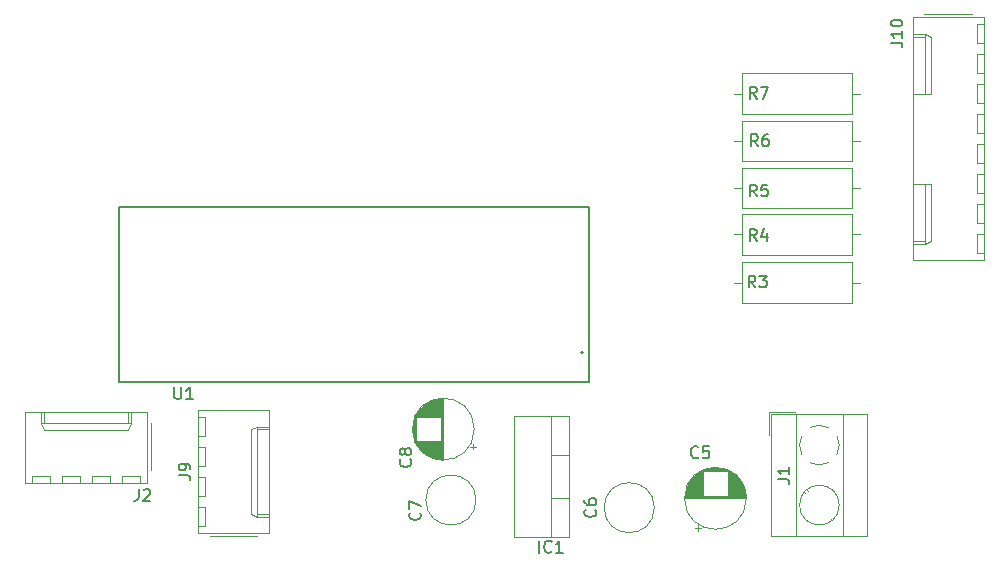
<source format=gto>
G04 #@! TF.GenerationSoftware,KiCad,Pcbnew,8.0.5*
G04 #@! TF.CreationDate,2024-11-05T09:26:53+01:00*
G04 #@! TF.ProjectId,raspberry_pi_hat,72617370-6265-4727-9279-5f70695f6861,rev?*
G04 #@! TF.SameCoordinates,Original*
G04 #@! TF.FileFunction,Legend,Top*
G04 #@! TF.FilePolarity,Positive*
%FSLAX46Y46*%
G04 Gerber Fmt 4.6, Leading zero omitted, Abs format (unit mm)*
G04 Created by KiCad (PCBNEW 8.0.5) date 2024-11-05 09:26:53*
%MOMM*%
%LPD*%
G01*
G04 APERTURE LIST*
%ADD10C,0.150000*%
%ADD11C,0.120000*%
%ADD12C,0.127000*%
%ADD13C,0.200000*%
G04 APERTURE END LIST*
D10*
X159959580Y-146466666D02*
X160007200Y-146514285D01*
X160007200Y-146514285D02*
X160054819Y-146657142D01*
X160054819Y-146657142D02*
X160054819Y-146752380D01*
X160054819Y-146752380D02*
X160007200Y-146895237D01*
X160007200Y-146895237D02*
X159911961Y-146990475D01*
X159911961Y-146990475D02*
X159816723Y-147038094D01*
X159816723Y-147038094D02*
X159626247Y-147085713D01*
X159626247Y-147085713D02*
X159483390Y-147085713D01*
X159483390Y-147085713D02*
X159292914Y-147038094D01*
X159292914Y-147038094D02*
X159197676Y-146990475D01*
X159197676Y-146990475D02*
X159102438Y-146895237D01*
X159102438Y-146895237D02*
X159054819Y-146752380D01*
X159054819Y-146752380D02*
X159054819Y-146657142D01*
X159054819Y-146657142D02*
X159102438Y-146514285D01*
X159102438Y-146514285D02*
X159150057Y-146466666D01*
X159483390Y-145895237D02*
X159435771Y-145990475D01*
X159435771Y-145990475D02*
X159388152Y-146038094D01*
X159388152Y-146038094D02*
X159292914Y-146085713D01*
X159292914Y-146085713D02*
X159245295Y-146085713D01*
X159245295Y-146085713D02*
X159150057Y-146038094D01*
X159150057Y-146038094D02*
X159102438Y-145990475D01*
X159102438Y-145990475D02*
X159054819Y-145895237D01*
X159054819Y-145895237D02*
X159054819Y-145704761D01*
X159054819Y-145704761D02*
X159102438Y-145609523D01*
X159102438Y-145609523D02*
X159150057Y-145561904D01*
X159150057Y-145561904D02*
X159245295Y-145514285D01*
X159245295Y-145514285D02*
X159292914Y-145514285D01*
X159292914Y-145514285D02*
X159388152Y-145561904D01*
X159388152Y-145561904D02*
X159435771Y-145609523D01*
X159435771Y-145609523D02*
X159483390Y-145704761D01*
X159483390Y-145704761D02*
X159483390Y-145895237D01*
X159483390Y-145895237D02*
X159531009Y-145990475D01*
X159531009Y-145990475D02*
X159578628Y-146038094D01*
X159578628Y-146038094D02*
X159673866Y-146085713D01*
X159673866Y-146085713D02*
X159864342Y-146085713D01*
X159864342Y-146085713D02*
X159959580Y-146038094D01*
X159959580Y-146038094D02*
X160007200Y-145990475D01*
X160007200Y-145990475D02*
X160054819Y-145895237D01*
X160054819Y-145895237D02*
X160054819Y-145704761D01*
X160054819Y-145704761D02*
X160007200Y-145609523D01*
X160007200Y-145609523D02*
X159959580Y-145561904D01*
X159959580Y-145561904D02*
X159864342Y-145514285D01*
X159864342Y-145514285D02*
X159673866Y-145514285D01*
X159673866Y-145514285D02*
X159578628Y-145561904D01*
X159578628Y-145561904D02*
X159531009Y-145609523D01*
X159531009Y-145609523D02*
X159483390Y-145704761D01*
X170873810Y-154354819D02*
X170873810Y-153354819D01*
X171921428Y-154259580D02*
X171873809Y-154307200D01*
X171873809Y-154307200D02*
X171730952Y-154354819D01*
X171730952Y-154354819D02*
X171635714Y-154354819D01*
X171635714Y-154354819D02*
X171492857Y-154307200D01*
X171492857Y-154307200D02*
X171397619Y-154211961D01*
X171397619Y-154211961D02*
X171350000Y-154116723D01*
X171350000Y-154116723D02*
X171302381Y-153926247D01*
X171302381Y-153926247D02*
X171302381Y-153783390D01*
X171302381Y-153783390D02*
X171350000Y-153592914D01*
X171350000Y-153592914D02*
X171397619Y-153497676D01*
X171397619Y-153497676D02*
X171492857Y-153402438D01*
X171492857Y-153402438D02*
X171635714Y-153354819D01*
X171635714Y-153354819D02*
X171730952Y-153354819D01*
X171730952Y-153354819D02*
X171873809Y-153402438D01*
X171873809Y-153402438D02*
X171921428Y-153450057D01*
X172873809Y-154354819D02*
X172302381Y-154354819D01*
X172588095Y-154354819D02*
X172588095Y-153354819D01*
X172588095Y-153354819D02*
X172492857Y-153497676D01*
X172492857Y-153497676D02*
X172397619Y-153592914D01*
X172397619Y-153592914D02*
X172302381Y-153640533D01*
X189383334Y-119954819D02*
X189050001Y-119478628D01*
X188811906Y-119954819D02*
X188811906Y-118954819D01*
X188811906Y-118954819D02*
X189192858Y-118954819D01*
X189192858Y-118954819D02*
X189288096Y-119002438D01*
X189288096Y-119002438D02*
X189335715Y-119050057D01*
X189335715Y-119050057D02*
X189383334Y-119145295D01*
X189383334Y-119145295D02*
X189383334Y-119288152D01*
X189383334Y-119288152D02*
X189335715Y-119383390D01*
X189335715Y-119383390D02*
X189288096Y-119431009D01*
X189288096Y-119431009D02*
X189192858Y-119478628D01*
X189192858Y-119478628D02*
X188811906Y-119478628D01*
X190240477Y-118954819D02*
X190050001Y-118954819D01*
X190050001Y-118954819D02*
X189954763Y-119002438D01*
X189954763Y-119002438D02*
X189907144Y-119050057D01*
X189907144Y-119050057D02*
X189811906Y-119192914D01*
X189811906Y-119192914D02*
X189764287Y-119383390D01*
X189764287Y-119383390D02*
X189764287Y-119764342D01*
X189764287Y-119764342D02*
X189811906Y-119859580D01*
X189811906Y-119859580D02*
X189859525Y-119907200D01*
X189859525Y-119907200D02*
X189954763Y-119954819D01*
X189954763Y-119954819D02*
X190145239Y-119954819D01*
X190145239Y-119954819D02*
X190240477Y-119907200D01*
X190240477Y-119907200D02*
X190288096Y-119859580D01*
X190288096Y-119859580D02*
X190335715Y-119764342D01*
X190335715Y-119764342D02*
X190335715Y-119526247D01*
X190335715Y-119526247D02*
X190288096Y-119431009D01*
X190288096Y-119431009D02*
X190240477Y-119383390D01*
X190240477Y-119383390D02*
X190145239Y-119335771D01*
X190145239Y-119335771D02*
X189954763Y-119335771D01*
X189954763Y-119335771D02*
X189859525Y-119383390D01*
X189859525Y-119383390D02*
X189811906Y-119431009D01*
X189811906Y-119431009D02*
X189764287Y-119526247D01*
X184333333Y-146264693D02*
X184285714Y-146312313D01*
X184285714Y-146312313D02*
X184142857Y-146359932D01*
X184142857Y-146359932D02*
X184047619Y-146359932D01*
X184047619Y-146359932D02*
X183904762Y-146312313D01*
X183904762Y-146312313D02*
X183809524Y-146217074D01*
X183809524Y-146217074D02*
X183761905Y-146121836D01*
X183761905Y-146121836D02*
X183714286Y-145931360D01*
X183714286Y-145931360D02*
X183714286Y-145788503D01*
X183714286Y-145788503D02*
X183761905Y-145598027D01*
X183761905Y-145598027D02*
X183809524Y-145502789D01*
X183809524Y-145502789D02*
X183904762Y-145407551D01*
X183904762Y-145407551D02*
X184047619Y-145359932D01*
X184047619Y-145359932D02*
X184142857Y-145359932D01*
X184142857Y-145359932D02*
X184285714Y-145407551D01*
X184285714Y-145407551D02*
X184333333Y-145455170D01*
X185238095Y-145359932D02*
X184761905Y-145359932D01*
X184761905Y-145359932D02*
X184714286Y-145836122D01*
X184714286Y-145836122D02*
X184761905Y-145788503D01*
X184761905Y-145788503D02*
X184857143Y-145740884D01*
X184857143Y-145740884D02*
X185095238Y-145740884D01*
X185095238Y-145740884D02*
X185190476Y-145788503D01*
X185190476Y-145788503D02*
X185238095Y-145836122D01*
X185238095Y-145836122D02*
X185285714Y-145931360D01*
X185285714Y-145931360D02*
X185285714Y-146169455D01*
X185285714Y-146169455D02*
X185238095Y-146264693D01*
X185238095Y-146264693D02*
X185190476Y-146312313D01*
X185190476Y-146312313D02*
X185095238Y-146359932D01*
X185095238Y-146359932D02*
X184857143Y-146359932D01*
X184857143Y-146359932D02*
X184761905Y-146312313D01*
X184761905Y-146312313D02*
X184714286Y-146264693D01*
X189283334Y-115914691D02*
X188950001Y-115438500D01*
X188711906Y-115914691D02*
X188711906Y-114914691D01*
X188711906Y-114914691D02*
X189092858Y-114914691D01*
X189092858Y-114914691D02*
X189188096Y-114962310D01*
X189188096Y-114962310D02*
X189235715Y-115009929D01*
X189235715Y-115009929D02*
X189283334Y-115105167D01*
X189283334Y-115105167D02*
X189283334Y-115248024D01*
X189283334Y-115248024D02*
X189235715Y-115343262D01*
X189235715Y-115343262D02*
X189188096Y-115390881D01*
X189188096Y-115390881D02*
X189092858Y-115438500D01*
X189092858Y-115438500D02*
X188711906Y-115438500D01*
X189616668Y-114914691D02*
X190283334Y-114914691D01*
X190283334Y-114914691D02*
X189854763Y-115914691D01*
X189283334Y-127954819D02*
X188950001Y-127478628D01*
X188711906Y-127954819D02*
X188711906Y-126954819D01*
X188711906Y-126954819D02*
X189092858Y-126954819D01*
X189092858Y-126954819D02*
X189188096Y-127002438D01*
X189188096Y-127002438D02*
X189235715Y-127050057D01*
X189235715Y-127050057D02*
X189283334Y-127145295D01*
X189283334Y-127145295D02*
X189283334Y-127288152D01*
X189283334Y-127288152D02*
X189235715Y-127383390D01*
X189235715Y-127383390D02*
X189188096Y-127431009D01*
X189188096Y-127431009D02*
X189092858Y-127478628D01*
X189092858Y-127478628D02*
X188711906Y-127478628D01*
X190140477Y-127288152D02*
X190140477Y-127954819D01*
X189902382Y-126907200D02*
X189664287Y-127621485D01*
X189664287Y-127621485D02*
X190283334Y-127621485D01*
X139985695Y-140354819D02*
X139985695Y-141164342D01*
X139985695Y-141164342D02*
X140033314Y-141259580D01*
X140033314Y-141259580D02*
X140080933Y-141307200D01*
X140080933Y-141307200D02*
X140176171Y-141354819D01*
X140176171Y-141354819D02*
X140366647Y-141354819D01*
X140366647Y-141354819D02*
X140461885Y-141307200D01*
X140461885Y-141307200D02*
X140509504Y-141259580D01*
X140509504Y-141259580D02*
X140557123Y-141164342D01*
X140557123Y-141164342D02*
X140557123Y-140354819D01*
X141557123Y-141354819D02*
X140985695Y-141354819D01*
X141271409Y-141354819D02*
X141271409Y-140354819D01*
X141271409Y-140354819D02*
X141176171Y-140497676D01*
X141176171Y-140497676D02*
X141080933Y-140592914D01*
X141080933Y-140592914D02*
X140985695Y-140640533D01*
X200634819Y-111179523D02*
X201349104Y-111179523D01*
X201349104Y-111179523D02*
X201491961Y-111227142D01*
X201491961Y-111227142D02*
X201587200Y-111322380D01*
X201587200Y-111322380D02*
X201634819Y-111465237D01*
X201634819Y-111465237D02*
X201634819Y-111560475D01*
X201634819Y-110179523D02*
X201634819Y-110750951D01*
X201634819Y-110465237D02*
X200634819Y-110465237D01*
X200634819Y-110465237D02*
X200777676Y-110560475D01*
X200777676Y-110560475D02*
X200872914Y-110655713D01*
X200872914Y-110655713D02*
X200920533Y-110750951D01*
X200634819Y-109560475D02*
X200634819Y-109465237D01*
X200634819Y-109465237D02*
X200682438Y-109369999D01*
X200682438Y-109369999D02*
X200730057Y-109322380D01*
X200730057Y-109322380D02*
X200825295Y-109274761D01*
X200825295Y-109274761D02*
X201015771Y-109227142D01*
X201015771Y-109227142D02*
X201253866Y-109227142D01*
X201253866Y-109227142D02*
X201444342Y-109274761D01*
X201444342Y-109274761D02*
X201539580Y-109322380D01*
X201539580Y-109322380D02*
X201587200Y-109369999D01*
X201587200Y-109369999D02*
X201634819Y-109465237D01*
X201634819Y-109465237D02*
X201634819Y-109560475D01*
X201634819Y-109560475D02*
X201587200Y-109655713D01*
X201587200Y-109655713D02*
X201539580Y-109703332D01*
X201539580Y-109703332D02*
X201444342Y-109750951D01*
X201444342Y-109750951D02*
X201253866Y-109798570D01*
X201253866Y-109798570D02*
X201015771Y-109798570D01*
X201015771Y-109798570D02*
X200825295Y-109750951D01*
X200825295Y-109750951D02*
X200730057Y-109703332D01*
X200730057Y-109703332D02*
X200682438Y-109655713D01*
X200682438Y-109655713D02*
X200634819Y-109560475D01*
X160759580Y-150966666D02*
X160807200Y-151014285D01*
X160807200Y-151014285D02*
X160854819Y-151157142D01*
X160854819Y-151157142D02*
X160854819Y-151252380D01*
X160854819Y-151252380D02*
X160807200Y-151395237D01*
X160807200Y-151395237D02*
X160711961Y-151490475D01*
X160711961Y-151490475D02*
X160616723Y-151538094D01*
X160616723Y-151538094D02*
X160426247Y-151585713D01*
X160426247Y-151585713D02*
X160283390Y-151585713D01*
X160283390Y-151585713D02*
X160092914Y-151538094D01*
X160092914Y-151538094D02*
X159997676Y-151490475D01*
X159997676Y-151490475D02*
X159902438Y-151395237D01*
X159902438Y-151395237D02*
X159854819Y-151252380D01*
X159854819Y-151252380D02*
X159854819Y-151157142D01*
X159854819Y-151157142D02*
X159902438Y-151014285D01*
X159902438Y-151014285D02*
X159950057Y-150966666D01*
X159854819Y-150633332D02*
X159854819Y-149966666D01*
X159854819Y-149966666D02*
X160854819Y-150395237D01*
X175609580Y-150716666D02*
X175657200Y-150764285D01*
X175657200Y-150764285D02*
X175704819Y-150907142D01*
X175704819Y-150907142D02*
X175704819Y-151002380D01*
X175704819Y-151002380D02*
X175657200Y-151145237D01*
X175657200Y-151145237D02*
X175561961Y-151240475D01*
X175561961Y-151240475D02*
X175466723Y-151288094D01*
X175466723Y-151288094D02*
X175276247Y-151335713D01*
X175276247Y-151335713D02*
X175133390Y-151335713D01*
X175133390Y-151335713D02*
X174942914Y-151288094D01*
X174942914Y-151288094D02*
X174847676Y-151240475D01*
X174847676Y-151240475D02*
X174752438Y-151145237D01*
X174752438Y-151145237D02*
X174704819Y-151002380D01*
X174704819Y-151002380D02*
X174704819Y-150907142D01*
X174704819Y-150907142D02*
X174752438Y-150764285D01*
X174752438Y-150764285D02*
X174800057Y-150716666D01*
X174704819Y-149859523D02*
X174704819Y-150049999D01*
X174704819Y-150049999D02*
X174752438Y-150145237D01*
X174752438Y-150145237D02*
X174800057Y-150192856D01*
X174800057Y-150192856D02*
X174942914Y-150288094D01*
X174942914Y-150288094D02*
X175133390Y-150335713D01*
X175133390Y-150335713D02*
X175514342Y-150335713D01*
X175514342Y-150335713D02*
X175609580Y-150288094D01*
X175609580Y-150288094D02*
X175657200Y-150240475D01*
X175657200Y-150240475D02*
X175704819Y-150145237D01*
X175704819Y-150145237D02*
X175704819Y-149954761D01*
X175704819Y-149954761D02*
X175657200Y-149859523D01*
X175657200Y-149859523D02*
X175609580Y-149811904D01*
X175609580Y-149811904D02*
X175514342Y-149764285D01*
X175514342Y-149764285D02*
X175276247Y-149764285D01*
X175276247Y-149764285D02*
X175181009Y-149811904D01*
X175181009Y-149811904D02*
X175133390Y-149859523D01*
X175133390Y-149859523D02*
X175085771Y-149954761D01*
X175085771Y-149954761D02*
X175085771Y-150145237D01*
X175085771Y-150145237D02*
X175133390Y-150240475D01*
X175133390Y-150240475D02*
X175181009Y-150288094D01*
X175181009Y-150288094D02*
X175276247Y-150335713D01*
X189283334Y-124204819D02*
X188950001Y-123728628D01*
X188711906Y-124204819D02*
X188711906Y-123204819D01*
X188711906Y-123204819D02*
X189092858Y-123204819D01*
X189092858Y-123204819D02*
X189188096Y-123252438D01*
X189188096Y-123252438D02*
X189235715Y-123300057D01*
X189235715Y-123300057D02*
X189283334Y-123395295D01*
X189283334Y-123395295D02*
X189283334Y-123538152D01*
X189283334Y-123538152D02*
X189235715Y-123633390D01*
X189235715Y-123633390D02*
X189188096Y-123681009D01*
X189188096Y-123681009D02*
X189092858Y-123728628D01*
X189092858Y-123728628D02*
X188711906Y-123728628D01*
X190188096Y-123204819D02*
X189711906Y-123204819D01*
X189711906Y-123204819D02*
X189664287Y-123681009D01*
X189664287Y-123681009D02*
X189711906Y-123633390D01*
X189711906Y-123633390D02*
X189807144Y-123585771D01*
X189807144Y-123585771D02*
X190045239Y-123585771D01*
X190045239Y-123585771D02*
X190140477Y-123633390D01*
X190140477Y-123633390D02*
X190188096Y-123681009D01*
X190188096Y-123681009D02*
X190235715Y-123776247D01*
X190235715Y-123776247D02*
X190235715Y-124014342D01*
X190235715Y-124014342D02*
X190188096Y-124109580D01*
X190188096Y-124109580D02*
X190140477Y-124157200D01*
X190140477Y-124157200D02*
X190045239Y-124204819D01*
X190045239Y-124204819D02*
X189807144Y-124204819D01*
X189807144Y-124204819D02*
X189711906Y-124157200D01*
X189711906Y-124157200D02*
X189664287Y-124109580D01*
X189183334Y-131904819D02*
X188850001Y-131428628D01*
X188611906Y-131904819D02*
X188611906Y-130904819D01*
X188611906Y-130904819D02*
X188992858Y-130904819D01*
X188992858Y-130904819D02*
X189088096Y-130952438D01*
X189088096Y-130952438D02*
X189135715Y-131000057D01*
X189135715Y-131000057D02*
X189183334Y-131095295D01*
X189183334Y-131095295D02*
X189183334Y-131238152D01*
X189183334Y-131238152D02*
X189135715Y-131333390D01*
X189135715Y-131333390D02*
X189088096Y-131381009D01*
X189088096Y-131381009D02*
X188992858Y-131428628D01*
X188992858Y-131428628D02*
X188611906Y-131428628D01*
X189516668Y-130904819D02*
X190135715Y-130904819D01*
X190135715Y-130904819D02*
X189802382Y-131285771D01*
X189802382Y-131285771D02*
X189945239Y-131285771D01*
X189945239Y-131285771D02*
X190040477Y-131333390D01*
X190040477Y-131333390D02*
X190088096Y-131381009D01*
X190088096Y-131381009D02*
X190135715Y-131476247D01*
X190135715Y-131476247D02*
X190135715Y-131714342D01*
X190135715Y-131714342D02*
X190088096Y-131809580D01*
X190088096Y-131809580D02*
X190040477Y-131857200D01*
X190040477Y-131857200D02*
X189945239Y-131904819D01*
X189945239Y-131904819D02*
X189659525Y-131904819D01*
X189659525Y-131904819D02*
X189564287Y-131857200D01*
X189564287Y-131857200D02*
X189516668Y-131809580D01*
X191054819Y-148128333D02*
X191769104Y-148128333D01*
X191769104Y-148128333D02*
X191911961Y-148175952D01*
X191911961Y-148175952D02*
X192007200Y-148271190D01*
X192007200Y-148271190D02*
X192054819Y-148414047D01*
X192054819Y-148414047D02*
X192054819Y-148509285D01*
X192054819Y-147128333D02*
X192054819Y-147699761D01*
X192054819Y-147414047D02*
X191054819Y-147414047D01*
X191054819Y-147414047D02*
X191197676Y-147509285D01*
X191197676Y-147509285D02*
X191292914Y-147604523D01*
X191292914Y-147604523D02*
X191340533Y-147699761D01*
X140354819Y-147823333D02*
X141069104Y-147823333D01*
X141069104Y-147823333D02*
X141211961Y-147870952D01*
X141211961Y-147870952D02*
X141307200Y-147966190D01*
X141307200Y-147966190D02*
X141354819Y-148109047D01*
X141354819Y-148109047D02*
X141354819Y-148204285D01*
X141354819Y-147299523D02*
X141354819Y-147109047D01*
X141354819Y-147109047D02*
X141307200Y-147013809D01*
X141307200Y-147013809D02*
X141259580Y-146966190D01*
X141259580Y-146966190D02*
X141116723Y-146870952D01*
X141116723Y-146870952D02*
X140926247Y-146823333D01*
X140926247Y-146823333D02*
X140545295Y-146823333D01*
X140545295Y-146823333D02*
X140450057Y-146870952D01*
X140450057Y-146870952D02*
X140402438Y-146918571D01*
X140402438Y-146918571D02*
X140354819Y-147013809D01*
X140354819Y-147013809D02*
X140354819Y-147204285D01*
X140354819Y-147204285D02*
X140402438Y-147299523D01*
X140402438Y-147299523D02*
X140450057Y-147347142D01*
X140450057Y-147347142D02*
X140545295Y-147394761D01*
X140545295Y-147394761D02*
X140783390Y-147394761D01*
X140783390Y-147394761D02*
X140878628Y-147347142D01*
X140878628Y-147347142D02*
X140926247Y-147299523D01*
X140926247Y-147299523D02*
X140973866Y-147204285D01*
X140973866Y-147204285D02*
X140973866Y-147013809D01*
X140973866Y-147013809D02*
X140926247Y-146918571D01*
X140926247Y-146918571D02*
X140878628Y-146870952D01*
X140878628Y-146870952D02*
X140783390Y-146823333D01*
X136966666Y-148974819D02*
X136966666Y-149689104D01*
X136966666Y-149689104D02*
X136919047Y-149831961D01*
X136919047Y-149831961D02*
X136823809Y-149927200D01*
X136823809Y-149927200D02*
X136680952Y-149974819D01*
X136680952Y-149974819D02*
X136585714Y-149974819D01*
X137395238Y-149070057D02*
X137442857Y-149022438D01*
X137442857Y-149022438D02*
X137538095Y-148974819D01*
X137538095Y-148974819D02*
X137776190Y-148974819D01*
X137776190Y-148974819D02*
X137871428Y-149022438D01*
X137871428Y-149022438D02*
X137919047Y-149070057D01*
X137919047Y-149070057D02*
X137966666Y-149165295D01*
X137966666Y-149165295D02*
X137966666Y-149260533D01*
X137966666Y-149260533D02*
X137919047Y-149403390D01*
X137919047Y-149403390D02*
X137347619Y-149974819D01*
X137347619Y-149974819D02*
X137966666Y-149974819D01*
D11*
X160154113Y-144184000D02*
X160154113Y-143616000D01*
X160194113Y-144418000D02*
X160194113Y-143382000D01*
X160234113Y-144577000D02*
X160234113Y-143223000D01*
X160274114Y-144705000D02*
X160274114Y-143095000D01*
X160314113Y-144815000D02*
X160314113Y-142985000D01*
X160354113Y-144911000D02*
X160354113Y-142889000D01*
X160394113Y-144998000D02*
X160394113Y-142802000D01*
X160434113Y-145078000D02*
X160434113Y-142722000D01*
X160474113Y-142860000D02*
X160474113Y-142648999D01*
X160474113Y-145151001D02*
X160474113Y-144940000D01*
X160514113Y-142860000D02*
X160514113Y-142581000D01*
X160514113Y-145219000D02*
X160514113Y-144940000D01*
X160554113Y-142859999D02*
X160554113Y-142517000D01*
X160554113Y-145283000D02*
X160554113Y-144940001D01*
X160594113Y-142860000D02*
X160594113Y-142457000D01*
X160594113Y-145343000D02*
X160594113Y-144940000D01*
X160634113Y-142860000D02*
X160634113Y-142400000D01*
X160634113Y-145400000D02*
X160634113Y-144940000D01*
X160674113Y-142860000D02*
X160674113Y-142346000D01*
X160674113Y-145454000D02*
X160674113Y-144940000D01*
X160714113Y-145505000D02*
X160714114Y-144940000D01*
X160714114Y-142860000D02*
X160714113Y-142295000D01*
X160754112Y-145553000D02*
X160754113Y-144940000D01*
X160754113Y-142860000D02*
X160754112Y-142247000D01*
X160794113Y-142860000D02*
X160794114Y-142201000D01*
X160794114Y-145599000D02*
X160794113Y-144940000D01*
X160834112Y-142860000D02*
X160834113Y-142156999D01*
X160834113Y-145643001D02*
X160834112Y-144940000D01*
X160874113Y-142860000D02*
X160874113Y-142115000D01*
X160874113Y-145685000D02*
X160874113Y-144940000D01*
X160914113Y-142860000D02*
X160914113Y-142074000D01*
X160914113Y-145726000D02*
X160914113Y-144940000D01*
X160954113Y-142860000D02*
X160954113Y-142036000D01*
X160954113Y-145764000D02*
X160954113Y-144940000D01*
X160994112Y-145801000D02*
X160994113Y-144940001D01*
X160994113Y-142859999D02*
X160994112Y-141999000D01*
X161034113Y-142860000D02*
X161034113Y-141963000D01*
X161034113Y-145837000D02*
X161034113Y-144940000D01*
X161074113Y-142860000D02*
X161074113Y-141929001D01*
X161074113Y-145870999D02*
X161074113Y-144940000D01*
X161114113Y-142860000D02*
X161114113Y-141896000D01*
X161114113Y-145904000D02*
X161114113Y-144940000D01*
X161154113Y-145935000D02*
X161154114Y-144940000D01*
X161154114Y-142860000D02*
X161154113Y-141865000D01*
X161194113Y-142860000D02*
X161194113Y-141835000D01*
X161194113Y-145965000D02*
X161194113Y-144940000D01*
X161234113Y-142860000D02*
X161234113Y-141805000D01*
X161234113Y-145995000D02*
X161234113Y-144940000D01*
X161274112Y-142860000D02*
X161274113Y-141778000D01*
X161274113Y-146022000D02*
X161274112Y-144940000D01*
X161314113Y-142860000D02*
X161314113Y-141751000D01*
X161314113Y-146049000D02*
X161314113Y-144940000D01*
X161354113Y-142860000D02*
X161354113Y-141725000D01*
X161354113Y-146075000D02*
X161354113Y-144940000D01*
X161394113Y-142860000D02*
X161394113Y-141700000D01*
X161394113Y-146100000D02*
X161394113Y-144940000D01*
X161434113Y-142859999D02*
X161434113Y-141676000D01*
X161434113Y-146124000D02*
X161434113Y-144940001D01*
X161474113Y-142860000D02*
X161474113Y-141653000D01*
X161474113Y-146147000D02*
X161474113Y-144940000D01*
X161514113Y-142860000D02*
X161514113Y-141632000D01*
X161514113Y-146168000D02*
X161514113Y-144940000D01*
X161554113Y-142860000D02*
X161554113Y-141610000D01*
X161554113Y-146190000D02*
X161554113Y-144940000D01*
X161594113Y-142859999D02*
X161594113Y-141590000D01*
X161594113Y-146210000D02*
X161594113Y-144940001D01*
X161634113Y-142860000D02*
X161634113Y-141571000D01*
X161634113Y-146229000D02*
X161634113Y-144940000D01*
X161674113Y-142860000D02*
X161674113Y-141552000D01*
X161674113Y-146248000D02*
X161674113Y-144940000D01*
X161714112Y-142860000D02*
X161714113Y-141535000D01*
X161714113Y-146265000D02*
X161714112Y-144940000D01*
X161754113Y-146282000D02*
X161754114Y-144940000D01*
X161754114Y-142860000D02*
X161754113Y-141518000D01*
X161794113Y-142860000D02*
X161794113Y-141502000D01*
X161794113Y-146298000D02*
X161794113Y-144940000D01*
X161834113Y-142860000D02*
X161834113Y-141486000D01*
X161834113Y-146314000D02*
X161834113Y-144940000D01*
X161874113Y-142859999D02*
X161874113Y-141472000D01*
X161874113Y-146328000D02*
X161874113Y-144940001D01*
X161914113Y-142860000D02*
X161914113Y-141458000D01*
X161914113Y-146342000D02*
X161914113Y-144940000D01*
X161954113Y-142860000D02*
X161954113Y-141445000D01*
X161954113Y-146355000D02*
X161954113Y-144940000D01*
X161994113Y-142860000D02*
X161994113Y-141432000D01*
X161994113Y-146368000D02*
X161994113Y-144940000D01*
X162034113Y-142859999D02*
X162034113Y-141420000D01*
X162034113Y-146380000D02*
X162034113Y-144940001D01*
X162075113Y-142860000D02*
X162075113Y-141409000D01*
X162075113Y-146391000D02*
X162075113Y-144940000D01*
X162115113Y-142860000D02*
X162115113Y-141399000D01*
X162115113Y-146401000D02*
X162115113Y-144940000D01*
X162155113Y-142859999D02*
X162155113Y-141388999D01*
X162155113Y-146411001D02*
X162155113Y-144940001D01*
X162195113Y-142860000D02*
X162195113Y-141380000D01*
X162195113Y-146420000D02*
X162195113Y-144940000D01*
X162235113Y-142860000D02*
X162235113Y-141372000D01*
X162235113Y-146428000D02*
X162235113Y-144940000D01*
X162275113Y-142860000D02*
X162275113Y-141364000D01*
X162275113Y-146436000D02*
X162275113Y-144940000D01*
X162315113Y-142859999D02*
X162315113Y-141357000D01*
X162315113Y-146443000D02*
X162315113Y-144940001D01*
X162355113Y-142860000D02*
X162355113Y-141350000D01*
X162355113Y-146450000D02*
X162355113Y-144940000D01*
X162395113Y-142860000D02*
X162395113Y-141344000D01*
X162395113Y-146456000D02*
X162395113Y-144940000D01*
X162435113Y-142860000D02*
X162435113Y-141339000D01*
X162435113Y-146461000D02*
X162435113Y-144940000D01*
X162475114Y-142860000D02*
X162475114Y-141335000D01*
X162475114Y-146465000D02*
X162475114Y-144940000D01*
X162515113Y-142860000D02*
X162515113Y-141331000D01*
X162515113Y-146469000D02*
X162515113Y-144940000D01*
X162555113Y-146473000D02*
X162555113Y-141327000D01*
X162595113Y-146476001D02*
X162595113Y-141323999D01*
X162635113Y-146478000D02*
X162635113Y-141322000D01*
X162675113Y-146478999D02*
X162675113Y-141321001D01*
X162715113Y-146480000D02*
X162715113Y-141320000D01*
X162755113Y-146480000D02*
X162755113Y-141320000D01*
X165309888Y-145625000D02*
X165309888Y-145125000D01*
X165559887Y-145375000D02*
X165059888Y-145375000D01*
X165375115Y-143900000D02*
G75*
G02*
X160135113Y-143900000I-2620001J0D01*
G01*
X160135113Y-143900000D02*
G75*
G02*
X165375115Y-143900000I2620001J0D01*
G01*
X168784000Y-142780000D02*
X168784001Y-153020000D01*
X171914999Y-142780000D02*
X171915000Y-153020000D01*
X173425000Y-142780000D02*
X168784000Y-142780000D01*
X173425000Y-142780000D02*
X173425000Y-153020000D01*
X173425000Y-146050000D02*
X171915000Y-146050000D01*
X173425000Y-149751000D02*
X171915000Y-149751000D01*
X173425000Y-153020000D02*
X168784001Y-153020000D01*
X187390001Y-119500000D02*
X188080001Y-119500000D01*
X188080001Y-117780000D02*
X188080001Y-121220000D01*
X188080001Y-121220000D02*
X197320001Y-121220000D01*
X197320001Y-117780000D02*
X188080001Y-117780000D01*
X197320001Y-121220000D02*
X197320001Y-117780000D01*
X198010001Y-119500000D02*
X197320000Y-119500000D01*
X183220000Y-149715113D02*
X188380000Y-149715113D01*
X183220000Y-149755113D02*
X188380000Y-149755113D01*
X183221000Y-149675113D02*
X188379000Y-149675113D01*
X183222000Y-149635113D02*
X188378000Y-149635113D01*
X183224000Y-149595113D02*
X188376000Y-149595113D01*
X183227000Y-149555113D02*
X188373000Y-149555113D01*
X183231000Y-149515113D02*
X184760000Y-149515113D01*
X183235000Y-149475113D02*
X184760000Y-149475113D01*
X183239000Y-149435113D02*
X184760000Y-149435113D01*
X183244000Y-149395113D02*
X184760000Y-149395113D01*
X183250000Y-149355113D02*
X184760000Y-149355113D01*
X183257000Y-149315113D02*
X184760000Y-149315113D01*
X183264000Y-149275113D02*
X184760000Y-149275113D01*
X183272000Y-149235113D02*
X184760000Y-149235113D01*
X183280000Y-149195113D02*
X184760000Y-149195113D01*
X183289000Y-149155113D02*
X184760000Y-149155113D01*
X183299000Y-149115113D02*
X184760000Y-149115113D01*
X183309000Y-149075113D02*
X184760000Y-149075113D01*
X183320000Y-149034113D02*
X184760000Y-149034113D01*
X183332000Y-148994113D02*
X184760000Y-148994113D01*
X183345000Y-148954113D02*
X184760000Y-148954113D01*
X183358000Y-148914113D02*
X184760000Y-148914113D01*
X183372000Y-148874113D02*
X184760000Y-148874113D01*
X183386000Y-148834113D02*
X184760000Y-148834113D01*
X183402000Y-148794113D02*
X184760000Y-148794113D01*
X183418000Y-148754113D02*
X184760000Y-148754113D01*
X183435000Y-148714113D02*
X184760000Y-148714113D01*
X183452000Y-148674113D02*
X184760000Y-148674113D01*
X183471000Y-148634113D02*
X184760000Y-148634113D01*
X183490000Y-148594113D02*
X184760000Y-148594113D01*
X183510000Y-148554113D02*
X184760000Y-148554113D01*
X183532000Y-148514113D02*
X184760000Y-148514113D01*
X183553000Y-148474113D02*
X184760000Y-148474113D01*
X183576000Y-148434113D02*
X184760000Y-148434113D01*
X183600000Y-148394113D02*
X184760000Y-148394113D01*
X183625000Y-148354113D02*
X184760000Y-148354113D01*
X183651000Y-148314113D02*
X184760000Y-148314113D01*
X183678000Y-148274113D02*
X184760000Y-148274113D01*
X183705000Y-148234113D02*
X184760000Y-148234113D01*
X183735000Y-148194113D02*
X184760000Y-148194113D01*
X183765000Y-148154113D02*
X184760000Y-148154113D01*
X183796000Y-148114113D02*
X184760000Y-148114113D01*
X183829000Y-148074113D02*
X184760000Y-148074113D01*
X183863000Y-148034113D02*
X184760000Y-148034113D01*
X183899000Y-147994113D02*
X184760000Y-147994113D01*
X183936000Y-147954113D02*
X184760000Y-147954113D01*
X183974000Y-147914113D02*
X184760000Y-147914113D01*
X184015000Y-147874113D02*
X184760000Y-147874113D01*
X184057000Y-147834113D02*
X184760000Y-147834113D01*
X184075000Y-152309888D02*
X184575000Y-152309888D01*
X184101000Y-147794113D02*
X184760000Y-147794113D01*
X184147000Y-147754113D02*
X184760000Y-147754113D01*
X184195000Y-147714113D02*
X184760000Y-147714113D01*
X184246000Y-147674113D02*
X184760000Y-147674113D01*
X184300000Y-147634113D02*
X184760000Y-147634113D01*
X184325000Y-152559888D02*
X184325000Y-152059888D01*
X184357000Y-147594113D02*
X184760000Y-147594113D01*
X184417000Y-147554113D02*
X184760000Y-147554113D01*
X184481000Y-147514113D02*
X184760000Y-147514113D01*
X184549000Y-147474113D02*
X184760000Y-147474113D01*
X184622000Y-147434113D02*
X186978000Y-147434113D01*
X184702000Y-147394113D02*
X186898000Y-147394113D01*
X184789000Y-147354113D02*
X186811000Y-147354113D01*
X184885000Y-147314113D02*
X186715000Y-147314113D01*
X184995000Y-147274113D02*
X186605000Y-147274113D01*
X185123000Y-147234113D02*
X186477000Y-147234113D01*
X185282000Y-147194113D02*
X186318000Y-147194113D01*
X185516000Y-147154113D02*
X186084000Y-147154113D01*
X186840000Y-147474113D02*
X187051000Y-147474113D01*
X186840000Y-147514113D02*
X187119000Y-147514113D01*
X186840000Y-147554113D02*
X187183000Y-147554113D01*
X186840000Y-147594113D02*
X187243000Y-147594113D01*
X186840000Y-147634113D02*
X187300000Y-147634113D01*
X186840000Y-147674113D02*
X187354000Y-147674113D01*
X186840000Y-147714113D02*
X187405000Y-147714113D01*
X186840000Y-147754113D02*
X187453000Y-147754113D01*
X186840000Y-147794113D02*
X187499000Y-147794113D01*
X186840000Y-147834113D02*
X187543000Y-147834113D01*
X186840000Y-147874113D02*
X187585000Y-147874113D01*
X186840000Y-147914113D02*
X187626000Y-147914113D01*
X186840000Y-147954113D02*
X187664000Y-147954113D01*
X186840000Y-147994113D02*
X187701000Y-147994113D01*
X186840000Y-148034113D02*
X187737000Y-148034113D01*
X186840000Y-148074113D02*
X187771000Y-148074113D01*
X186840000Y-148114113D02*
X187804000Y-148114113D01*
X186840000Y-148154113D02*
X187835000Y-148154113D01*
X186840000Y-148194113D02*
X187865000Y-148194113D01*
X186840000Y-148234113D02*
X187895000Y-148234113D01*
X186840000Y-148274113D02*
X187922000Y-148274113D01*
X186840000Y-148314113D02*
X187949000Y-148314113D01*
X186840000Y-148354113D02*
X187975000Y-148354113D01*
X186840000Y-148394113D02*
X188000000Y-148394113D01*
X186840000Y-148434113D02*
X188024000Y-148434113D01*
X186840000Y-148474113D02*
X188047000Y-148474113D01*
X186840000Y-148514113D02*
X188068000Y-148514113D01*
X186840000Y-148554113D02*
X188090000Y-148554113D01*
X186840000Y-148594113D02*
X188110000Y-148594113D01*
X186840000Y-148634113D02*
X188129000Y-148634113D01*
X186840000Y-148674113D02*
X188148000Y-148674113D01*
X186840000Y-148714113D02*
X188165000Y-148714113D01*
X186840000Y-148754113D02*
X188182000Y-148754113D01*
X186840000Y-148794113D02*
X188198000Y-148794113D01*
X186840000Y-148834113D02*
X188214000Y-148834113D01*
X186840000Y-148874113D02*
X188228000Y-148874113D01*
X186840000Y-148914113D02*
X188242000Y-148914113D01*
X186840000Y-148954113D02*
X188255000Y-148954113D01*
X186840000Y-148994113D02*
X188268000Y-148994113D01*
X186840000Y-149034113D02*
X188280000Y-149034113D01*
X186840000Y-149075113D02*
X188291000Y-149075113D01*
X186840000Y-149115113D02*
X188301000Y-149115113D01*
X186840000Y-149155113D02*
X188311000Y-149155113D01*
X186840000Y-149195113D02*
X188320000Y-149195113D01*
X186840000Y-149235113D02*
X188328000Y-149235113D01*
X186840000Y-149275113D02*
X188336000Y-149275113D01*
X186840000Y-149315113D02*
X188343000Y-149315113D01*
X186840000Y-149355113D02*
X188350000Y-149355113D01*
X186840000Y-149395113D02*
X188356000Y-149395113D01*
X186840000Y-149435113D02*
X188361000Y-149435113D01*
X186840000Y-149475113D02*
X188365000Y-149475113D01*
X186840000Y-149515113D02*
X188369000Y-149515113D01*
X188420000Y-149755113D02*
G75*
G02*
X183180000Y-149755113I-2620000J0D01*
G01*
X183180000Y-149755113D02*
G75*
G02*
X188420000Y-149755113I2620000J0D01*
G01*
X187390001Y-115509872D02*
X188080001Y-115509872D01*
X188080001Y-113789872D02*
X188080001Y-117229872D01*
X188080001Y-117229872D02*
X197320001Y-117229872D01*
X197320001Y-113789872D02*
X188080001Y-113789872D01*
X197320001Y-117229872D02*
X197320001Y-113789872D01*
X198010001Y-115509872D02*
X197320000Y-115509872D01*
X187390001Y-127400000D02*
X188080001Y-127400000D01*
X188080001Y-125680000D02*
X188080001Y-129120000D01*
X188080001Y-129120000D02*
X197320001Y-129120000D01*
X197320001Y-125680000D02*
X188080001Y-125680000D01*
X197320001Y-129120000D02*
X197320001Y-125680000D01*
X198010001Y-127400000D02*
X197320000Y-127400000D01*
D12*
X135287500Y-125112500D02*
X135287500Y-139912500D01*
X135287500Y-139912500D02*
X175087500Y-139912500D01*
X175087500Y-125112500D02*
X135287500Y-125112500D01*
X175087500Y-139912500D02*
X175087500Y-125112500D01*
D13*
X174587500Y-137412500D02*
G75*
G02*
X174387500Y-137412500I-100000J0D01*
G01*
X174387500Y-137412500D02*
G75*
G02*
X174587500Y-137412500I100000J0D01*
G01*
D11*
X202510000Y-109040000D02*
X202510000Y-129580000D01*
X202510000Y-110420000D02*
X203510000Y-110420000D01*
X202510000Y-110670000D02*
X203510000Y-110670000D01*
X202510000Y-127950000D02*
X203510000Y-127950000D01*
X202510000Y-128200000D02*
X203510000Y-128200000D01*
X202510000Y-129580000D02*
X208530000Y-129580000D01*
X203510000Y-110420000D02*
X203510000Y-115500000D01*
X203510000Y-110420000D02*
X204040000Y-110670000D01*
X203510000Y-115500000D02*
X202510000Y-115500000D01*
X203510000Y-123120000D02*
X202510000Y-123120000D01*
X203510000Y-128200000D02*
X203510000Y-123120000D01*
X203510000Y-128200000D02*
X204040000Y-127950000D01*
X204040000Y-110670000D02*
X204040000Y-115500000D01*
X204040000Y-115500000D02*
X203510000Y-115500000D01*
X204040000Y-123120000D02*
X203510000Y-123120000D01*
X204040000Y-127950000D02*
X204040000Y-123120000D01*
X207500000Y-108750000D02*
X203500000Y-108750000D01*
X207930000Y-109620000D02*
X207930000Y-111220000D01*
X207930000Y-111220000D02*
X208530000Y-111220000D01*
X207930000Y-112160000D02*
X207930000Y-113760000D01*
X207930000Y-113760000D02*
X208530000Y-113760000D01*
X207930000Y-114700000D02*
X207930000Y-116300000D01*
X207930000Y-116300000D02*
X208530000Y-116300000D01*
X207930000Y-117240000D02*
X207930000Y-118840000D01*
X207930000Y-118840000D02*
X208530000Y-118840000D01*
X207930000Y-119780000D02*
X207930000Y-121380000D01*
X207930000Y-121380000D02*
X208530000Y-121380000D01*
X207930000Y-122320000D02*
X207930000Y-123920000D01*
X207930000Y-123920000D02*
X208530000Y-123920000D01*
X207930000Y-124860000D02*
X207930000Y-126460000D01*
X207930000Y-126460000D02*
X208530000Y-126460000D01*
X207930000Y-127400000D02*
X207930000Y-129000000D01*
X207930000Y-129000000D02*
X208530000Y-129000000D01*
X208530000Y-109040000D02*
X202510000Y-109040000D01*
X208530000Y-109620000D02*
X207930000Y-109620000D01*
X208530000Y-112160000D02*
X207930000Y-112160000D01*
X208530000Y-114700000D02*
X207930000Y-114700000D01*
X208530000Y-117240000D02*
X207930000Y-117240000D01*
X208530000Y-119780000D02*
X207930000Y-119780000D01*
X208530000Y-122320000D02*
X207930000Y-122320000D01*
X208530000Y-124860000D02*
X207930000Y-124860000D01*
X208530000Y-127400000D02*
X207930000Y-127400000D01*
X208530000Y-129580000D02*
X208530000Y-109040000D01*
X165519999Y-149900000D02*
G75*
G02*
X161280001Y-149900000I-2119999J0D01*
G01*
X161280001Y-149900000D02*
G75*
G02*
X165519999Y-149900000I2119999J0D01*
G01*
X180620000Y-150550000D02*
G75*
G02*
X176380000Y-150550000I-2120000J0D01*
G01*
X176380000Y-150550000D02*
G75*
G02*
X180620000Y-150550000I2120000J0D01*
G01*
X187390001Y-123500000D02*
X188080001Y-123500000D01*
X188080001Y-121780000D02*
X188080001Y-125220000D01*
X188080001Y-125220000D02*
X197320001Y-125220000D01*
X197320001Y-121780000D02*
X188080001Y-121780000D01*
X197320001Y-125220000D02*
X197320001Y-121780000D01*
X198010001Y-123500000D02*
X197320000Y-123500000D01*
X187390001Y-131500000D02*
X188080001Y-131500000D01*
X188080001Y-129780000D02*
X188080001Y-133220000D01*
X188080001Y-133220000D02*
X197320001Y-133220000D01*
X197320001Y-129780000D02*
X188080001Y-129780000D01*
X197320001Y-133220000D02*
X197320001Y-129780000D01*
X198010001Y-131500000D02*
X197320000Y-131500000D01*
X190300000Y-142415000D02*
X190300000Y-144415000D01*
X190540000Y-142655000D02*
X190540000Y-152935000D01*
X192540000Y-142415000D02*
X190300000Y-142415000D01*
X192600000Y-142655000D02*
X192600000Y-152935000D01*
X193384000Y-149325000D02*
X193326000Y-149266000D01*
X193624000Y-149155000D02*
X193531000Y-149061000D01*
X195669000Y-151610000D02*
X195576000Y-151516000D01*
X195875000Y-151405000D02*
X195816000Y-151346000D01*
X196600000Y-142655000D02*
X196600000Y-152935000D01*
X198660000Y-142655000D02*
X190540000Y-142655000D01*
X198660000Y-142655000D02*
X198660000Y-152935000D01*
X198660000Y-152935000D02*
X190540000Y-152935000D01*
X192919550Y-145284383D02*
G75*
G02*
X193116000Y-144466000I1680445J29385D01*
G01*
X193116648Y-146043712D02*
G75*
G02*
X192920000Y-145255000I1483352J788712D01*
G01*
X193810911Y-143771047D02*
G75*
G02*
X195389000Y-143771000I789089J-1483948D01*
G01*
X195389089Y-146738953D02*
G75*
G02*
X193811000Y-146739000I-789089J1483953D01*
G01*
X196083953Y-144465911D02*
G75*
G02*
X196084000Y-146044000I-1483948J-789089D01*
G01*
X196280000Y-150335000D02*
G75*
G02*
X192920000Y-150335000I-1680000J0D01*
G01*
X192920000Y-150335000D02*
G75*
G02*
X196280000Y-150335000I1680000J0D01*
G01*
X141990000Y-142300000D02*
X141990000Y-152680000D01*
X141990000Y-144480000D02*
X142590000Y-144480000D01*
X141990000Y-147020000D02*
X142590000Y-147020000D01*
X141990000Y-149560000D02*
X142590000Y-149560000D01*
X141990000Y-152100000D02*
X142590000Y-152100000D01*
X141990000Y-152680000D02*
X148010000Y-152680000D01*
X142590000Y-142880000D02*
X141990000Y-142880000D01*
X142590000Y-144480000D02*
X142590000Y-142880000D01*
X142590000Y-145420000D02*
X141990000Y-145420000D01*
X142590000Y-147020000D02*
X142590000Y-145420000D01*
X142590000Y-147960000D02*
X141990000Y-147960000D01*
X142590000Y-149560000D02*
X142590000Y-147960000D01*
X142590000Y-150500000D02*
X141990000Y-150500000D01*
X142590000Y-152100000D02*
X142590000Y-150500000D01*
X143020000Y-152970000D02*
X147020000Y-152970000D01*
X146480000Y-143930000D02*
X147010000Y-143680000D01*
X146480000Y-151050000D02*
X146480000Y-143930000D01*
X147010000Y-143680000D02*
X148010000Y-143680000D01*
X147010000Y-151300000D02*
X146480000Y-151050000D01*
X147010000Y-151300000D02*
X147010000Y-143680000D01*
X148010000Y-142300000D02*
X141990000Y-142300000D01*
X148010000Y-143930000D02*
X147010000Y-143930000D01*
X148010000Y-151050000D02*
X147010000Y-151050000D01*
X148010000Y-151300000D02*
X147010000Y-151300000D01*
X148010000Y-152680000D02*
X148010000Y-142300000D01*
X127320000Y-142410000D02*
X127320000Y-148430000D01*
X127320000Y-148430000D02*
X137700000Y-148430000D01*
X127900000Y-147830000D02*
X127900000Y-148430000D01*
X128700000Y-143410000D02*
X128700000Y-142410000D01*
X128950000Y-142410000D02*
X128950000Y-143410000D01*
X128950000Y-143940000D02*
X128700000Y-143410000D01*
X129500000Y-147830000D02*
X127900000Y-147830000D01*
X129500000Y-148430000D02*
X129500000Y-147830000D01*
X130440000Y-147830000D02*
X130440000Y-148430000D01*
X132040000Y-147830000D02*
X130440000Y-147830000D01*
X132040000Y-148430000D02*
X132040000Y-147830000D01*
X132980000Y-147830000D02*
X132980000Y-148430000D01*
X134580000Y-147830000D02*
X132980000Y-147830000D01*
X134580000Y-148430000D02*
X134580000Y-147830000D01*
X135520000Y-147830000D02*
X135520000Y-148430000D01*
X136070000Y-142410000D02*
X136070000Y-143410000D01*
X136070000Y-143940000D02*
X128950000Y-143940000D01*
X136320000Y-142410000D02*
X136320000Y-143410000D01*
X136320000Y-143410000D02*
X128700000Y-143410000D01*
X136320000Y-143410000D02*
X136070000Y-143940000D01*
X137120000Y-147830000D02*
X135520000Y-147830000D01*
X137120000Y-148430000D02*
X137120000Y-147830000D01*
X137700000Y-142410000D02*
X127320000Y-142410000D01*
X137700000Y-148430000D02*
X137700000Y-142410000D01*
X137990000Y-147400000D02*
X137990000Y-143400000D01*
M02*

</source>
